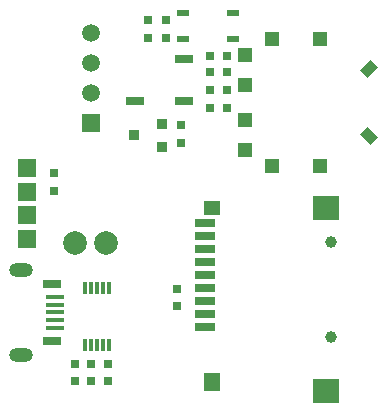
<source format=gbr>
%TF.GenerationSoftware,Altium Limited,Altium Designer,20.0.13 (296)*%
G04 Layer_Color=255*
%FSLAX25Y25*%
%MOIN*%
%TF.FileFunction,Pads,Bot*%
%TF.Part,Single*%
G01*
G75*
%TA.AperFunction,SMDPad,CuDef*%
%ADD10R,0.03150X0.02756*%
%ADD14R,0.02756X0.03150*%
%ADD23R,0.03740X0.03543*%
%ADD24R,0.03740X0.03543*%
%TA.AperFunction,ComponentPad*%
%ADD36R,0.05906X0.05906*%
%ADD37C,0.05906*%
%ADD38C,0.03937*%
%ADD39R,0.05906X0.03150*%
%ADD40O,0.07874X0.04724*%
%TA.AperFunction,SMDPad,CuDef*%
%ADD43C,0.07874*%
%TA.AperFunction,ConnectorPad*%
%ADD44R,0.05118X0.04724*%
%ADD45R,0.04724X0.05118*%
G04:AMPARAMS|DCode=46|XSize=33.47mil|YSize=47.24mil|CornerRadius=0mil|HoleSize=0mil|Usage=FLASHONLY|Rotation=45.000|XOffset=0mil|YOffset=0mil|HoleType=Round|Shape=Rectangle|*
%AMROTATEDRECTD46*
4,1,4,0.00487,-0.02854,-0.02854,0.00487,-0.00487,0.02854,0.02854,-0.00487,0.00487,-0.02854,0.0*
%
%ADD46ROTATEDRECTD46*%

G04:AMPARAMS|DCode=47|XSize=33.47mil|YSize=47.24mil|CornerRadius=0mil|HoleSize=0mil|Usage=FLASHONLY|Rotation=315.000|XOffset=0mil|YOffset=0mil|HoleType=Round|Shape=Rectangle|*
%AMROTATEDRECTD47*
4,1,4,-0.02854,-0.00487,0.00487,0.02854,0.02854,0.00487,-0.00487,-0.02854,-0.02854,-0.00487,0.0*
%
%ADD47ROTATEDRECTD47*%

%TA.AperFunction,SMDPad,CuDef*%
%ADD48R,0.03937X0.02362*%
%ADD49R,0.05906X0.03150*%
%ADD50R,0.05906X0.05906*%
%ADD51R,0.07087X0.02756*%
%ADD52R,0.05512X0.04724*%
%ADD53R,0.08661X0.08000*%
%ADD54R,0.05512X0.06299*%
%TA.AperFunction,ConnectorPad*%
%ADD55R,0.05906X0.01575*%
%TA.AperFunction,SMDPad,CuDef*%
%ADD56R,0.01260X0.03937*%
D10*
X53500Y129547D02*
D03*
Y135453D02*
D03*
X47500D02*
D03*
Y129547D02*
D03*
X58500Y94547D02*
D03*
Y100453D02*
D03*
X57000Y40047D02*
D03*
Y45953D02*
D03*
X34000Y20953D02*
D03*
Y15047D02*
D03*
X28500Y20953D02*
D03*
Y15047D02*
D03*
X23000D02*
D03*
Y20953D02*
D03*
X16000Y84453D02*
D03*
Y78547D02*
D03*
D14*
X68047Y123500D02*
D03*
X73953D02*
D03*
X68047Y118000D02*
D03*
X73953D02*
D03*
X68047Y106000D02*
D03*
X73953D02*
D03*
X68047Y112000D02*
D03*
X73953D02*
D03*
D23*
X52126Y100740D02*
D03*
X42874Y97000D02*
D03*
D24*
X52126Y93260D02*
D03*
D36*
X28500Y101000D02*
D03*
D37*
Y111000D02*
D03*
Y121000D02*
D03*
Y131000D02*
D03*
D38*
X108339Y61347D02*
D03*
Y29850D02*
D03*
D39*
X15606Y28453D02*
D03*
Y47547D02*
D03*
D40*
X5173Y23728D02*
D03*
Y52272D02*
D03*
D43*
X23000Y61000D02*
D03*
X33500D02*
D03*
D44*
X104882Y86740D02*
D03*
X88740D02*
D03*
Y129260D02*
D03*
X104882D02*
D03*
D45*
X79685Y92252D02*
D03*
Y102193D02*
D03*
Y113807D02*
D03*
Y123748D02*
D03*
D46*
X121135Y96865D02*
D03*
D47*
Y119135D02*
D03*
D48*
X75768Y129169D02*
D03*
Y137831D02*
D03*
X59232Y129169D02*
D03*
Y137831D02*
D03*
D49*
X59374Y108610D02*
D03*
X43200Y108600D02*
D03*
X59374Y122390D02*
D03*
D50*
X7071Y62472D02*
D03*
Y70346D02*
D03*
Y78220D02*
D03*
Y86094D02*
D03*
D51*
X66500Y54654D02*
D03*
Y67646D02*
D03*
Y63315D02*
D03*
Y58984D02*
D03*
Y50323D02*
D03*
Y45992D02*
D03*
Y41661D02*
D03*
Y37331D02*
D03*
Y33000D02*
D03*
D52*
X68968Y72764D02*
D03*
D53*
X106764Y72764D02*
D03*
Y11740D02*
D03*
D54*
X68968Y14890D02*
D03*
D55*
X16590Y43118D02*
D03*
X16591Y40559D02*
D03*
Y38000D02*
D03*
Y35441D02*
D03*
Y32882D02*
D03*
D56*
X26500Y46000D02*
D03*
X28468D02*
D03*
X30437D02*
D03*
X32405D02*
D03*
X34374D02*
D03*
Y27102D02*
D03*
X32405D02*
D03*
X30437D02*
D03*
X28468D02*
D03*
X26500D02*
D03*
%TF.MD5,4c4a209673bf549158d89b5572ee0f2d*%
M02*

</source>
